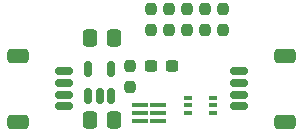
<source format=gbr>
%TF.GenerationSoftware,KiCad,Pcbnew,8.0.1*%
%TF.CreationDate,2024-04-26T21:14:53-06:00*%
%TF.ProjectId,apds-9306-sensor,61706473-2d39-4333-9036-2d73656e736f,rev?*%
%TF.SameCoordinates,Original*%
%TF.FileFunction,Paste,Top*%
%TF.FilePolarity,Positive*%
%FSLAX46Y46*%
G04 Gerber Fmt 4.6, Leading zero omitted, Abs format (unit mm)*
G04 Created by KiCad (PCBNEW 8.0.1) date 2024-04-26 21:14:53*
%MOMM*%
%LPD*%
G01*
G04 APERTURE LIST*
G04 Aperture macros list*
%AMRoundRect*
0 Rectangle with rounded corners*
0 $1 Rounding radius*
0 $2 $3 $4 $5 $6 $7 $8 $9 X,Y pos of 4 corners*
0 Add a 4 corners polygon primitive as box body*
4,1,4,$2,$3,$4,$5,$6,$7,$8,$9,$2,$3,0*
0 Add four circle primitives for the rounded corners*
1,1,$1+$1,$2,$3*
1,1,$1+$1,$4,$5*
1,1,$1+$1,$6,$7*
1,1,$1+$1,$8,$9*
0 Add four rect primitives between the rounded corners*
20,1,$1+$1,$2,$3,$4,$5,0*
20,1,$1+$1,$4,$5,$6,$7,0*
20,1,$1+$1,$6,$7,$8,$9,0*
20,1,$1+$1,$8,$9,$2,$3,0*%
G04 Aperture macros list end*
%ADD10RoundRect,0.237500X-0.300000X-0.237500X0.300000X-0.237500X0.300000X0.237500X-0.300000X0.237500X0*%
%ADD11RoundRect,0.237500X-0.237500X0.250000X-0.237500X-0.250000X0.237500X-0.250000X0.237500X0.250000X0*%
%ADD12RoundRect,0.025600X0.594400X0.134400X-0.594400X0.134400X-0.594400X-0.134400X0.594400X-0.134400X0*%
%ADD13RoundRect,0.150000X-0.625000X0.150000X-0.625000X-0.150000X0.625000X-0.150000X0.625000X0.150000X0*%
%ADD14RoundRect,0.250000X-0.650000X0.350000X-0.650000X-0.350000X0.650000X-0.350000X0.650000X0.350000X0*%
%ADD15R,0.787400X0.355600*%
%ADD16RoundRect,0.250000X-0.337500X-0.475000X0.337500X-0.475000X0.337500X0.475000X-0.337500X0.475000X0*%
%ADD17RoundRect,0.150000X0.625000X-0.150000X0.625000X0.150000X-0.625000X0.150000X-0.625000X-0.150000X0*%
%ADD18RoundRect,0.250000X0.650000X-0.350000X0.650000X0.350000X-0.650000X0.350000X-0.650000X-0.350000X0*%
%ADD19RoundRect,0.150000X0.150000X-0.512500X0.150000X0.512500X-0.150000X0.512500X-0.150000X-0.512500X0*%
G04 APERTURE END LIST*
D10*
%TO.C,C4*%
X165100000Y-83134200D03*
X166825000Y-83134200D03*
%TD*%
D11*
%TO.C,C3*%
X163322000Y-83138000D03*
X163322000Y-84963000D03*
%TD*%
D12*
%TO.C,U2*%
X165667200Y-87797400D03*
X165667200Y-87147400D03*
X165667200Y-86497400D03*
X164177200Y-86497400D03*
X164177200Y-87147400D03*
X164177200Y-87797400D03*
%TD*%
D13*
%TO.C,J2*%
X157676600Y-83590000D03*
X157676600Y-84590000D03*
X157676600Y-85590000D03*
X157676600Y-86590000D03*
D14*
X153801600Y-82290000D03*
X153801600Y-87890000D03*
%TD*%
D11*
%TO.C,R2*%
X171196000Y-78310100D03*
X171196000Y-80135100D03*
%TD*%
D15*
%TO.C,Q1*%
X170307000Y-87136999D03*
X170307000Y-86487000D03*
X170307000Y-85837001D03*
X168173400Y-85837001D03*
X168173400Y-86487000D03*
X168173400Y-87136999D03*
%TD*%
D16*
%TO.C,C1*%
X159871500Y-87731600D03*
X161946500Y-87731600D03*
%TD*%
D17*
%TO.C,J3*%
X172523400Y-86590000D03*
X172523400Y-85590000D03*
X172523400Y-84590000D03*
X172523400Y-83590000D03*
D18*
X176398400Y-87890000D03*
X176398400Y-82290000D03*
%TD*%
D11*
%TO.C,R5*%
X165100000Y-78310100D03*
X165100000Y-80135100D03*
%TD*%
%TO.C,R4*%
X166624000Y-78310100D03*
X166624000Y-80135100D03*
%TD*%
%TO.C,R1*%
X169672000Y-78310100D03*
X169672000Y-80135100D03*
%TD*%
D16*
%TO.C,C2*%
X159871500Y-80772000D03*
X161946500Y-80772000D03*
%TD*%
D19*
%TO.C,U1*%
X159781200Y-85714000D03*
X160731200Y-85714000D03*
X161681200Y-85714000D03*
X161681200Y-83439000D03*
X159781200Y-83439000D03*
%TD*%
D11*
%TO.C,R3*%
X168148000Y-78310100D03*
X168148000Y-80135100D03*
%TD*%
M02*

</source>
